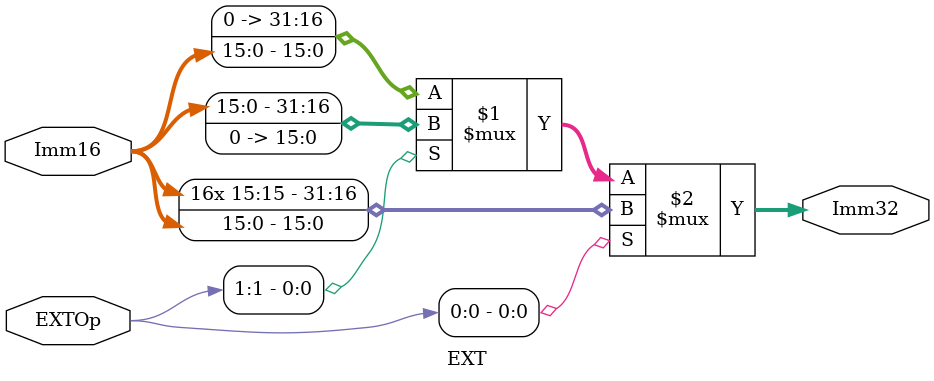
<source format=v>

module EXT( Imm16, EXTOp, Imm32 );

   input  [15:0] Imm16;
   input  [1:0]  EXTOp;
   output [31:0] Imm32;

   assign Imm32 = (EXTOp[0]) ?
    {{16{Imm16[15]}}, Imm16} :
    ((EXTOp[1]) ? {Imm16, 16'b0}:{16'b0, Imm16}); // signed-extension or zero extension

endmodule

</source>
